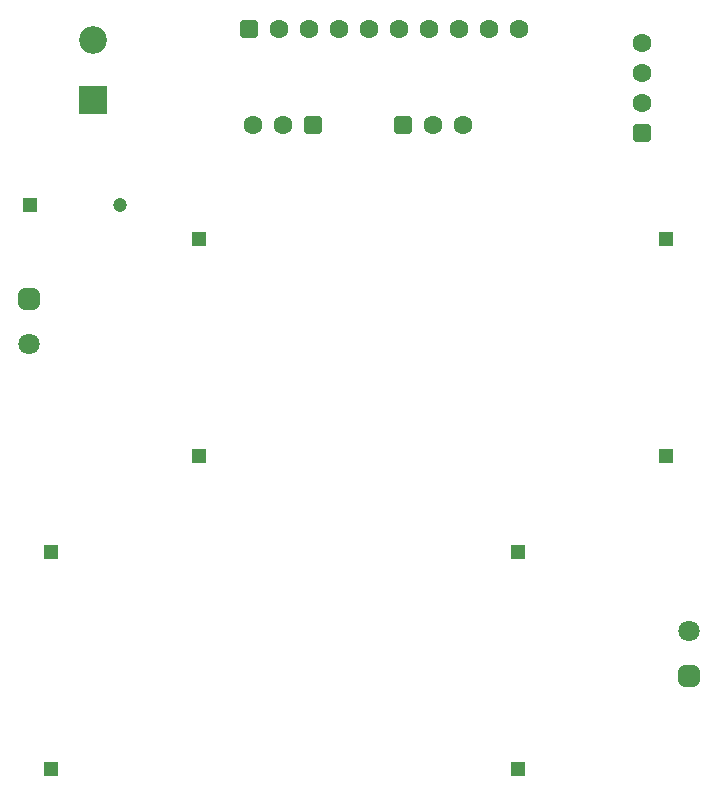
<source format=gbr>
%TF.GenerationSoftware,Altium Limited,Altium Designer,24.10.1 (45)*%
G04 Layer_Physical_Order=1*
G04 Layer_Color=255*
%FSLAX45Y45*%
%MOMM*%
%TF.SameCoordinates,60A24816-13A2-4E53-95B9-A8CDB98880B0*%
%TF.FilePolarity,Positive*%
%TF.FileFunction,Copper,L1,Top,Signal*%
%TF.Part,Single*%
G01*
G75*
%TA.AperFunction,Conductor*%
%ADD10C,0.50800*%
%TA.AperFunction,ComponentPad*%
%ADD11R,1.24000X1.24000*%
%ADD12R,1.20000X1.20000*%
%ADD13C,1.20000*%
%ADD14C,2.35000*%
%ADD15R,2.35000X2.35000*%
G04:AMPARAMS|DCode=16|XSize=1.6mm|YSize=1.6mm|CornerRadius=0.4mm|HoleSize=0mm|Usage=FLASHONLY|Rotation=180.000|XOffset=0mm|YOffset=0mm|HoleType=Round|Shape=RoundedRectangle|*
%AMROUNDEDRECTD16*
21,1,1.60000,0.80000,0,0,180.0*
21,1,0.80000,1.60000,0,0,180.0*
1,1,0.80000,-0.40000,0.40000*
1,1,0.80000,0.40000,0.40000*
1,1,0.80000,0.40000,-0.40000*
1,1,0.80000,-0.40000,-0.40000*
%
%ADD16ROUNDEDRECTD16*%
%ADD17C,1.60000*%
%ADD18C,1.80000*%
G04:AMPARAMS|DCode=19|XSize=1.8mm|YSize=1.8mm|CornerRadius=0.45mm|HoleSize=0mm|Usage=FLASHONLY|Rotation=90.000|XOffset=0mm|YOffset=0mm|HoleType=Round|Shape=RoundedRectangle|*
%AMROUNDEDRECTD19*
21,1,1.80000,0.90000,0,0,90.0*
21,1,0.90000,1.80000,0,0,90.0*
1,1,0.90000,0.45000,0.45000*
1,1,0.90000,0.45000,-0.45000*
1,1,0.90000,-0.45000,-0.45000*
1,1,0.90000,-0.45000,0.45000*
%
%ADD19ROUNDEDRECTD19*%
G04:AMPARAMS|DCode=20|XSize=1.6mm|YSize=1.6mm|CornerRadius=0.4mm|HoleSize=0mm|Usage=FLASHONLY|Rotation=90.000|XOffset=0mm|YOffset=0mm|HoleType=Round|Shape=RoundedRectangle|*
%AMROUNDEDRECTD20*
21,1,1.60000,0.80000,0,0,90.0*
21,1,0.80000,1.60000,0,0,90.0*
1,1,0.80000,0.40000,0.40000*
1,1,0.80000,0.40000,-0.40000*
1,1,0.80000,-0.40000,-0.40000*
1,1,0.80000,-0.40000,0.40000*
%
%ADD20ROUNDEDRECTD20*%
D10*
X733342Y5115142D02*
X736300Y5118100D01*
X730384Y4318024D02*
X733342Y4320982D01*
X2582899Y6604000D02*
X2590800D01*
D11*
X6121400Y2992120D02*
D03*
Y4826000D02*
D03*
X2169160D02*
D03*
X4866640Y2176780D02*
D03*
Y342900D02*
D03*
X2169160Y2992120D02*
D03*
X914400Y342900D02*
D03*
Y2176780D02*
D03*
D12*
X736300Y5118100D02*
D03*
D13*
X1498900D02*
D03*
D14*
X1270000Y6515100D02*
D03*
D15*
Y6007100D02*
D03*
D16*
X3136900Y5791200D02*
D03*
X3898900D02*
D03*
X2590800Y6604000D02*
D03*
D17*
X2882900Y5791200D02*
D03*
X2628900D02*
D03*
X4152900D02*
D03*
X4406900D02*
D03*
X4368800Y6604000D02*
D03*
X4114800D02*
D03*
X3606800D02*
D03*
X3098800D02*
D03*
X2844800D02*
D03*
X3352800D02*
D03*
X3860800D02*
D03*
X4622800D02*
D03*
X4876800D02*
D03*
X5918200Y5981700D02*
D03*
Y6235700D02*
D03*
Y6489700D02*
D03*
D18*
X6318116Y1511276D02*
D03*
X730384Y3937024D02*
D03*
D19*
X6318116Y1130276D02*
D03*
X730384Y4318024D02*
D03*
D20*
X5918200Y5727700D02*
D03*
%TF.MD5,0b480622c0b435d766f1f3767ca8150f*%
M02*

</source>
